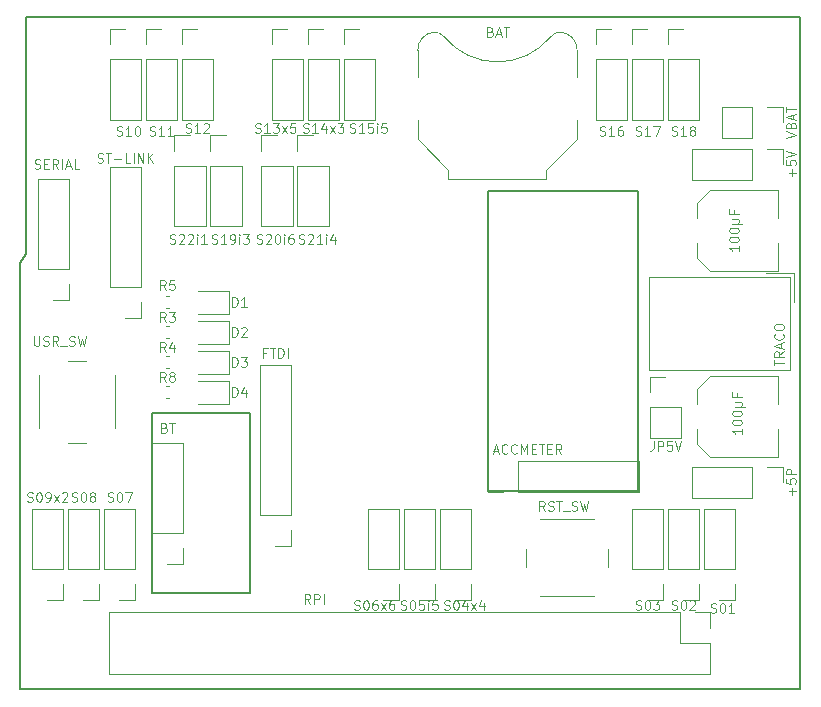
<source format=gbr>
G04 #@! TF.GenerationSoftware,KiCad,Pcbnew,(5.1.0)-1*
G04 #@! TF.CreationDate,2019-04-21T19:35:35+02:00*
G04 #@! TF.ProjectId,RM Board03,524d2042-6f61-4726-9430-332e6b696361,rev?*
G04 #@! TF.SameCoordinates,Original*
G04 #@! TF.FileFunction,Legend,Top*
G04 #@! TF.FilePolarity,Positive*
%FSLAX46Y46*%
G04 Gerber Fmt 4.6, Leading zero omitted, Abs format (unit mm)*
G04 Created by KiCad (PCBNEW (5.1.0)-1) date 2019-04-21 19:35:35*
%MOMM*%
%LPD*%
G04 APERTURE LIST*
%ADD10C,0.150000*%
%ADD11C,0.120000*%
G04 APERTURE END LIST*
D10*
X99314000Y-118872000D02*
X99314000Y-98806000D01*
X98806000Y-119634000D02*
X99314000Y-118872000D01*
X98806000Y-155702000D02*
X98806000Y-119634000D01*
X164846000Y-155702000D02*
X98806000Y-155702000D01*
X164846000Y-98806000D02*
X164846000Y-155702000D01*
X99314000Y-98806000D02*
X164846000Y-98806000D01*
X151130000Y-138938000D02*
X138430000Y-138938000D01*
X151130000Y-113538000D02*
X151130000Y-138938000D01*
X138430000Y-113538000D02*
X151130000Y-113538000D01*
X138430000Y-138938000D02*
X138430000Y-113538000D01*
D11*
X138370000Y-138998000D02*
X138370000Y-137668000D01*
X139700000Y-138998000D02*
X138370000Y-138998000D01*
X140970000Y-138998000D02*
X140970000Y-136338000D01*
X140970000Y-136338000D02*
X151190000Y-136338000D01*
X140970000Y-138998000D02*
X151190000Y-138998000D01*
X151190000Y-138998000D02*
X151190000Y-136338000D01*
X156102000Y-119185563D02*
X157166437Y-120250000D01*
X156102000Y-114494437D02*
X157166437Y-113430000D01*
X156102000Y-114494437D02*
X156102000Y-115780000D01*
X156102000Y-119185563D02*
X156102000Y-117900000D01*
X157166437Y-120250000D02*
X162922000Y-120250000D01*
X157166437Y-113430000D02*
X162922000Y-113430000D01*
X162922000Y-113430000D02*
X162922000Y-115780000D01*
X162922000Y-120250000D02*
X162922000Y-117900000D01*
X136966000Y-148142000D02*
X135636000Y-148142000D01*
X136966000Y-146812000D02*
X136966000Y-148142000D01*
X136966000Y-145542000D02*
X134306000Y-145542000D01*
X134306000Y-145542000D02*
X134306000Y-140402000D01*
X136966000Y-145542000D02*
X136966000Y-140402000D01*
X136966000Y-140402000D02*
X134306000Y-140402000D01*
X156270000Y-148142000D02*
X154940000Y-148142000D01*
X156270000Y-146812000D02*
X156270000Y-148142000D01*
X156270000Y-145542000D02*
X153610000Y-145542000D01*
X153610000Y-145542000D02*
X153610000Y-140402000D01*
X156270000Y-145542000D02*
X156270000Y-140402000D01*
X156270000Y-140402000D02*
X153610000Y-140402000D01*
X156102000Y-134933563D02*
X157166437Y-135998000D01*
X156102000Y-130242437D02*
X157166437Y-129178000D01*
X156102000Y-130242437D02*
X156102000Y-131528000D01*
X156102000Y-134933563D02*
X156102000Y-133648000D01*
X157166437Y-135998000D02*
X162922000Y-135998000D01*
X157166437Y-129178000D02*
X162922000Y-129178000D01*
X162922000Y-129178000D02*
X162922000Y-131528000D01*
X162922000Y-135998000D02*
X162922000Y-133648000D01*
X163382000Y-136846000D02*
X163382000Y-138176000D01*
X162052000Y-136846000D02*
X163382000Y-136846000D01*
X160782000Y-136846000D02*
X160782000Y-139506000D01*
X160782000Y-139506000D02*
X155642000Y-139506000D01*
X160782000Y-136846000D02*
X155642000Y-136846000D01*
X155642000Y-136846000D02*
X155642000Y-139506000D01*
X152086000Y-129226000D02*
X153416000Y-129226000D01*
X152086000Y-130556000D02*
X152086000Y-129226000D01*
X152086000Y-131826000D02*
X154746000Y-131826000D01*
X154746000Y-131826000D02*
X154746000Y-134426000D01*
X152086000Y-131826000D02*
X152086000Y-134426000D01*
X152086000Y-134426000D02*
X154746000Y-134426000D01*
X163382000Y-109922000D02*
X163382000Y-111252000D01*
X162052000Y-109922000D02*
X163382000Y-109922000D01*
X160782000Y-109922000D02*
X160782000Y-112582000D01*
X160782000Y-112582000D02*
X155642000Y-112582000D01*
X160782000Y-109922000D02*
X155642000Y-109922000D01*
X155642000Y-109922000D02*
X155642000Y-112582000D01*
X132442000Y-109114000D02*
X132442000Y-107464000D01*
X135042000Y-111714000D02*
X132442000Y-109114000D01*
X135042000Y-112514000D02*
X135042000Y-111714000D01*
X143342000Y-112514000D02*
X135042000Y-112514000D01*
X143342000Y-111714000D02*
X143342000Y-112514000D01*
X145942000Y-109114000D02*
X143342000Y-111714000D01*
X145942000Y-107464000D02*
X145942000Y-109114000D01*
X145942000Y-103864000D02*
X145942000Y-101564000D01*
X132442000Y-103864000D02*
X132442000Y-101564000D01*
X145942000Y-101614000D02*
G75*
G03X144492000Y-100064000I-1500000J50000D01*
G01*
X132442000Y-101614000D02*
G75*
G02X133892000Y-100064000I1500000J50000D01*
G01*
X134701339Y-100475329D02*
G75*
G03X143692000Y-100464000I4490661J3711329D01*
G01*
X144606615Y-100079840D02*
G75*
G03X143692000Y-100464000I-124615J-984160D01*
G01*
X133777385Y-100079840D02*
G75*
G02X134692000Y-100464000I124615J-984160D01*
G01*
X112582000Y-134814000D02*
X109922000Y-134814000D01*
X112582000Y-142494000D02*
X112582000Y-134814000D01*
X109922000Y-142494000D02*
X109922000Y-134814000D01*
X112582000Y-142494000D02*
X109922000Y-142494000D01*
X112582000Y-143764000D02*
X112582000Y-145094000D01*
X112582000Y-145094000D02*
X111252000Y-145094000D01*
D10*
X118252000Y-147574000D02*
X109982000Y-147574000D01*
X109982000Y-147574000D02*
X109982000Y-132334000D01*
X118252000Y-132334000D02*
X109982000Y-132334000D01*
X118252000Y-147574000D02*
X118252000Y-132334000D01*
D11*
X126178000Y-99762000D02*
X127508000Y-99762000D01*
X126178000Y-101092000D02*
X126178000Y-99762000D01*
X126178000Y-102362000D02*
X128838000Y-102362000D01*
X128838000Y-102362000D02*
X128838000Y-107502000D01*
X126178000Y-102362000D02*
X126178000Y-107502000D01*
X126178000Y-107502000D02*
X128838000Y-107502000D01*
X123130000Y-99762000D02*
X124460000Y-99762000D01*
X123130000Y-101092000D02*
X123130000Y-99762000D01*
X123130000Y-102362000D02*
X125790000Y-102362000D01*
X125790000Y-102362000D02*
X125790000Y-107502000D01*
X123130000Y-102362000D02*
X123130000Y-107502000D01*
X123130000Y-107502000D02*
X125790000Y-107502000D01*
X106366000Y-99762000D02*
X107696000Y-99762000D01*
X106366000Y-101092000D02*
X106366000Y-99762000D01*
X106366000Y-102362000D02*
X109026000Y-102362000D01*
X109026000Y-102362000D02*
X109026000Y-107502000D01*
X106366000Y-102362000D02*
X106366000Y-107502000D01*
X106366000Y-107502000D02*
X109026000Y-107502000D01*
X130870000Y-148142000D02*
X129540000Y-148142000D01*
X130870000Y-146812000D02*
X130870000Y-148142000D01*
X130870000Y-145542000D02*
X128210000Y-145542000D01*
X128210000Y-145542000D02*
X128210000Y-140402000D01*
X130870000Y-145542000D02*
X130870000Y-140402000D01*
X130870000Y-140402000D02*
X128210000Y-140402000D01*
X102422000Y-148142000D02*
X101092000Y-148142000D01*
X102422000Y-146812000D02*
X102422000Y-148142000D01*
X102422000Y-145542000D02*
X99762000Y-145542000D01*
X99762000Y-145542000D02*
X99762000Y-140402000D01*
X102422000Y-145542000D02*
X102422000Y-140402000D01*
X102422000Y-140402000D02*
X99762000Y-140402000D01*
X153222000Y-148142000D02*
X151892000Y-148142000D01*
X153222000Y-146812000D02*
X153222000Y-148142000D01*
X153222000Y-145542000D02*
X150562000Y-145542000D01*
X150562000Y-145542000D02*
X150562000Y-140402000D01*
X153222000Y-145542000D02*
X153222000Y-140402000D01*
X153222000Y-140402000D02*
X150562000Y-140402000D01*
X159318000Y-148142000D02*
X157988000Y-148142000D01*
X159318000Y-146812000D02*
X159318000Y-148142000D01*
X159318000Y-145542000D02*
X156658000Y-145542000D01*
X156658000Y-145542000D02*
X156658000Y-140402000D01*
X159318000Y-145542000D02*
X159318000Y-140402000D01*
X159318000Y-140402000D02*
X156658000Y-140402000D01*
X108518000Y-148142000D02*
X107188000Y-148142000D01*
X108518000Y-146812000D02*
X108518000Y-148142000D01*
X108518000Y-145542000D02*
X105858000Y-145542000D01*
X105858000Y-145542000D02*
X105858000Y-140402000D01*
X108518000Y-145542000D02*
X108518000Y-140402000D01*
X108518000Y-140402000D02*
X105858000Y-140402000D01*
X153610000Y-99762000D02*
X154940000Y-99762000D01*
X153610000Y-101092000D02*
X153610000Y-99762000D01*
X153610000Y-102362000D02*
X156270000Y-102362000D01*
X156270000Y-102362000D02*
X156270000Y-107502000D01*
X153610000Y-102362000D02*
X153610000Y-107502000D01*
X153610000Y-107502000D02*
X156270000Y-107502000D01*
X105470000Y-148142000D02*
X104140000Y-148142000D01*
X105470000Y-146812000D02*
X105470000Y-148142000D01*
X105470000Y-145542000D02*
X102810000Y-145542000D01*
X102810000Y-145542000D02*
X102810000Y-140402000D01*
X105470000Y-145542000D02*
X105470000Y-140402000D01*
X105470000Y-140402000D02*
X102810000Y-140402000D01*
X122241000Y-108779000D02*
X123571000Y-108779000D01*
X122241000Y-110109000D02*
X122241000Y-108779000D01*
X122241000Y-111379000D02*
X124901000Y-111379000D01*
X124901000Y-111379000D02*
X124901000Y-116519000D01*
X122241000Y-111379000D02*
X122241000Y-116519000D01*
X122241000Y-116519000D02*
X124901000Y-116519000D01*
X111827000Y-108779000D02*
X113157000Y-108779000D01*
X111827000Y-110109000D02*
X111827000Y-108779000D01*
X111827000Y-111379000D02*
X114487000Y-111379000D01*
X114487000Y-111379000D02*
X114487000Y-116519000D01*
X111827000Y-111379000D02*
X111827000Y-116519000D01*
X111827000Y-116519000D02*
X114487000Y-116519000D01*
X150562000Y-99762000D02*
X151892000Y-99762000D01*
X150562000Y-101092000D02*
X150562000Y-99762000D01*
X150562000Y-102362000D02*
X153222000Y-102362000D01*
X153222000Y-102362000D02*
X153222000Y-107502000D01*
X150562000Y-102362000D02*
X150562000Y-107502000D01*
X150562000Y-107502000D02*
X153222000Y-107502000D01*
X133918000Y-148142000D02*
X132588000Y-148142000D01*
X133918000Y-146812000D02*
X133918000Y-148142000D01*
X133918000Y-145542000D02*
X131258000Y-145542000D01*
X131258000Y-145542000D02*
X131258000Y-140402000D01*
X133918000Y-145542000D02*
X133918000Y-140402000D01*
X133918000Y-140402000D02*
X131258000Y-140402000D01*
X109414000Y-99762000D02*
X110744000Y-99762000D01*
X109414000Y-101092000D02*
X109414000Y-99762000D01*
X109414000Y-102362000D02*
X112074000Y-102362000D01*
X112074000Y-102362000D02*
X112074000Y-107502000D01*
X109414000Y-102362000D02*
X109414000Y-107502000D01*
X109414000Y-107502000D02*
X112074000Y-107502000D01*
X147514000Y-99762000D02*
X148844000Y-99762000D01*
X147514000Y-101092000D02*
X147514000Y-99762000D01*
X147514000Y-102362000D02*
X150174000Y-102362000D01*
X150174000Y-102362000D02*
X150174000Y-107502000D01*
X147514000Y-102362000D02*
X147514000Y-107502000D01*
X147514000Y-107502000D02*
X150174000Y-107502000D01*
X114875000Y-108779000D02*
X116205000Y-108779000D01*
X114875000Y-110109000D02*
X114875000Y-108779000D01*
X114875000Y-111379000D02*
X117535000Y-111379000D01*
X117535000Y-111379000D02*
X117535000Y-116519000D01*
X114875000Y-111379000D02*
X114875000Y-116519000D01*
X114875000Y-116519000D02*
X117535000Y-116519000D01*
X120082000Y-99762000D02*
X121412000Y-99762000D01*
X120082000Y-101092000D02*
X120082000Y-99762000D01*
X120082000Y-102362000D02*
X122742000Y-102362000D01*
X122742000Y-102362000D02*
X122742000Y-107502000D01*
X120082000Y-102362000D02*
X120082000Y-107502000D01*
X120082000Y-107502000D02*
X122742000Y-107502000D01*
X119193000Y-108779000D02*
X120523000Y-108779000D01*
X119193000Y-110109000D02*
X119193000Y-108779000D01*
X119193000Y-111379000D02*
X121853000Y-111379000D01*
X121853000Y-111379000D02*
X121853000Y-116519000D01*
X119193000Y-111379000D02*
X119193000Y-116519000D01*
X119193000Y-116519000D02*
X121853000Y-116519000D01*
X112462000Y-99762000D02*
X113792000Y-99762000D01*
X112462000Y-101092000D02*
X112462000Y-99762000D01*
X112462000Y-102362000D02*
X115122000Y-102362000D01*
X115122000Y-102362000D02*
X115122000Y-107502000D01*
X112462000Y-102362000D02*
X112462000Y-107502000D01*
X112462000Y-107502000D02*
X115122000Y-107502000D01*
X109026000Y-124266000D02*
X107696000Y-124266000D01*
X109026000Y-122936000D02*
X109026000Y-124266000D01*
X109026000Y-121666000D02*
X106366000Y-121666000D01*
X106366000Y-121666000D02*
X106366000Y-111446000D01*
X109026000Y-121666000D02*
X109026000Y-111446000D01*
X109026000Y-111446000D02*
X106366000Y-111446000D01*
X121726000Y-143570000D02*
X120396000Y-143570000D01*
X121726000Y-142240000D02*
X121726000Y-143570000D01*
X121726000Y-140970000D02*
X119066000Y-140970000D01*
X119066000Y-140970000D02*
X119066000Y-128210000D01*
X121726000Y-140970000D02*
X121726000Y-128210000D01*
X121726000Y-128210000D02*
X119066000Y-128210000D01*
X111089221Y-125986000D02*
X111414779Y-125986000D01*
X111089221Y-124966000D02*
X111414779Y-124966000D01*
X111089221Y-128526000D02*
X111414779Y-128526000D01*
X111089221Y-127506000D02*
X111414779Y-127506000D01*
X111089221Y-123446000D02*
X111414779Y-123446000D01*
X111089221Y-122426000D02*
X111414779Y-122426000D01*
X163948000Y-120816000D02*
X163948000Y-128666000D01*
X163948000Y-128666000D02*
X152008000Y-128666000D01*
X152008000Y-128666000D02*
X152008000Y-120816000D01*
X152008000Y-120816000D02*
X163948000Y-120816000D01*
X164278000Y-122936000D02*
X164278000Y-120486000D01*
X164278000Y-120486000D02*
X161948000Y-120486000D01*
X102930000Y-122742000D02*
X101600000Y-122742000D01*
X102930000Y-121412000D02*
X102930000Y-122742000D01*
X102930000Y-120142000D02*
X100270000Y-120142000D01*
X100270000Y-120142000D02*
X100270000Y-112462000D01*
X102930000Y-120142000D02*
X102930000Y-112462000D01*
X102930000Y-112462000D02*
X100270000Y-112462000D01*
X157226990Y-149192349D02*
X157226990Y-150522349D01*
X155896990Y-149192349D02*
X157226990Y-149192349D01*
X157226990Y-151792349D02*
X157226990Y-154392349D01*
X154626990Y-151792349D02*
X157226990Y-151792349D01*
X154626990Y-149192349D02*
X154626990Y-151792349D01*
X157226990Y-154392349D02*
X106306990Y-154392349D01*
X154626990Y-149192349D02*
X106306990Y-149192349D01*
X106306990Y-149192349D02*
X106306990Y-154392349D01*
X111089221Y-131066000D02*
X111414779Y-131066000D01*
X111089221Y-130046000D02*
X111414779Y-130046000D01*
X116493000Y-124516000D02*
X113808000Y-124516000D01*
X116493000Y-126436000D02*
X116493000Y-124516000D01*
X113808000Y-126436000D02*
X116493000Y-126436000D01*
X116493000Y-127056000D02*
X113808000Y-127056000D01*
X116493000Y-128976000D02*
X116493000Y-127056000D01*
X113808000Y-128976000D02*
X116493000Y-128976000D01*
X116493000Y-121976000D02*
X113808000Y-121976000D01*
X116493000Y-123896000D02*
X116493000Y-121976000D01*
X113808000Y-123896000D02*
X116493000Y-123896000D01*
X116493000Y-129596000D02*
X113808000Y-129596000D01*
X116493000Y-131516000D02*
X116493000Y-129596000D01*
X113808000Y-131516000D02*
X116493000Y-131516000D01*
X163382000Y-106366000D02*
X163382000Y-107696000D01*
X162052000Y-106366000D02*
X163382000Y-106366000D01*
X160782000Y-106366000D02*
X160782000Y-109026000D01*
X160782000Y-109026000D02*
X158182000Y-109026000D01*
X160782000Y-106366000D02*
X158182000Y-106366000D01*
X158182000Y-106366000D02*
X158182000Y-109026000D01*
X104346000Y-127870000D02*
X102846000Y-127870000D01*
X100346000Y-129120000D02*
X100346000Y-133620000D01*
X102846000Y-134870000D02*
X104346000Y-134870000D01*
X106846000Y-133620000D02*
X106846000Y-129120000D01*
X141586000Y-143812000D02*
X141586000Y-145312000D01*
X142836000Y-147812000D02*
X147336000Y-147812000D01*
X148586000Y-145312000D02*
X148586000Y-143812000D01*
X147336000Y-141312000D02*
X142836000Y-141312000D01*
X138855809Y-135515333D02*
X139236761Y-135515333D01*
X138779619Y-135743904D02*
X139046285Y-134943904D01*
X139312952Y-135743904D01*
X140036761Y-135667714D02*
X139998666Y-135705809D01*
X139884380Y-135743904D01*
X139808190Y-135743904D01*
X139693904Y-135705809D01*
X139617714Y-135629619D01*
X139579619Y-135553428D01*
X139541523Y-135401047D01*
X139541523Y-135286761D01*
X139579619Y-135134380D01*
X139617714Y-135058190D01*
X139693904Y-134982000D01*
X139808190Y-134943904D01*
X139884380Y-134943904D01*
X139998666Y-134982000D01*
X140036761Y-135020095D01*
X140836761Y-135667714D02*
X140798666Y-135705809D01*
X140684380Y-135743904D01*
X140608190Y-135743904D01*
X140493904Y-135705809D01*
X140417714Y-135629619D01*
X140379619Y-135553428D01*
X140341523Y-135401047D01*
X140341523Y-135286761D01*
X140379619Y-135134380D01*
X140417714Y-135058190D01*
X140493904Y-134982000D01*
X140608190Y-134943904D01*
X140684380Y-134943904D01*
X140798666Y-134982000D01*
X140836761Y-135020095D01*
X141179619Y-135743904D02*
X141179619Y-134943904D01*
X141446285Y-135515333D01*
X141712952Y-134943904D01*
X141712952Y-135743904D01*
X142093904Y-135324857D02*
X142360571Y-135324857D01*
X142474857Y-135743904D02*
X142093904Y-135743904D01*
X142093904Y-134943904D01*
X142474857Y-134943904D01*
X142703428Y-134943904D02*
X143160571Y-134943904D01*
X142932000Y-135743904D02*
X142932000Y-134943904D01*
X143427238Y-135324857D02*
X143693904Y-135324857D01*
X143808190Y-135743904D02*
X143427238Y-135743904D01*
X143427238Y-134943904D01*
X143808190Y-134943904D01*
X144608190Y-135743904D02*
X144341523Y-135362952D01*
X144151047Y-135743904D02*
X144151047Y-134943904D01*
X144455809Y-134943904D01*
X144532000Y-134982000D01*
X144570095Y-135020095D01*
X144608190Y-135096285D01*
X144608190Y-135210571D01*
X144570095Y-135286761D01*
X144532000Y-135324857D01*
X144455809Y-135362952D01*
X144151047Y-135362952D01*
X159619904Y-118135238D02*
X159619904Y-118592380D01*
X159619904Y-118363809D02*
X158819904Y-118363809D01*
X158934190Y-118440000D01*
X159010380Y-118516190D01*
X159048476Y-118592380D01*
X158819904Y-117640000D02*
X158819904Y-117563809D01*
X158858000Y-117487619D01*
X158896095Y-117449523D01*
X158972285Y-117411428D01*
X159124666Y-117373333D01*
X159315142Y-117373333D01*
X159467523Y-117411428D01*
X159543714Y-117449523D01*
X159581809Y-117487619D01*
X159619904Y-117563809D01*
X159619904Y-117640000D01*
X159581809Y-117716190D01*
X159543714Y-117754285D01*
X159467523Y-117792380D01*
X159315142Y-117830476D01*
X159124666Y-117830476D01*
X158972285Y-117792380D01*
X158896095Y-117754285D01*
X158858000Y-117716190D01*
X158819904Y-117640000D01*
X158819904Y-116878095D02*
X158819904Y-116801904D01*
X158858000Y-116725714D01*
X158896095Y-116687619D01*
X158972285Y-116649523D01*
X159124666Y-116611428D01*
X159315142Y-116611428D01*
X159467523Y-116649523D01*
X159543714Y-116687619D01*
X159581809Y-116725714D01*
X159619904Y-116801904D01*
X159619904Y-116878095D01*
X159581809Y-116954285D01*
X159543714Y-116992380D01*
X159467523Y-117030476D01*
X159315142Y-117068571D01*
X159124666Y-117068571D01*
X158972285Y-117030476D01*
X158896095Y-116992380D01*
X158858000Y-116954285D01*
X158819904Y-116878095D01*
X159086571Y-116268571D02*
X159886571Y-116268571D01*
X159505619Y-115887619D02*
X159581809Y-115849523D01*
X159619904Y-115773333D01*
X159505619Y-116268571D02*
X159581809Y-116230476D01*
X159619904Y-116154285D01*
X159619904Y-116001904D01*
X159581809Y-115925714D01*
X159505619Y-115887619D01*
X159086571Y-115887619D01*
X159200857Y-115163809D02*
X159200857Y-115430476D01*
X159619904Y-115430476D02*
X158819904Y-115430476D01*
X158819904Y-115049523D01*
X134702761Y-148913809D02*
X134817047Y-148951904D01*
X135007523Y-148951904D01*
X135083714Y-148913809D01*
X135121809Y-148875714D01*
X135159904Y-148799523D01*
X135159904Y-148723333D01*
X135121809Y-148647142D01*
X135083714Y-148609047D01*
X135007523Y-148570952D01*
X134855142Y-148532857D01*
X134778952Y-148494761D01*
X134740857Y-148456666D01*
X134702761Y-148380476D01*
X134702761Y-148304285D01*
X134740857Y-148228095D01*
X134778952Y-148190000D01*
X134855142Y-148151904D01*
X135045619Y-148151904D01*
X135159904Y-148190000D01*
X135655142Y-148151904D02*
X135731333Y-148151904D01*
X135807523Y-148190000D01*
X135845619Y-148228095D01*
X135883714Y-148304285D01*
X135921809Y-148456666D01*
X135921809Y-148647142D01*
X135883714Y-148799523D01*
X135845619Y-148875714D01*
X135807523Y-148913809D01*
X135731333Y-148951904D01*
X135655142Y-148951904D01*
X135578952Y-148913809D01*
X135540857Y-148875714D01*
X135502761Y-148799523D01*
X135464666Y-148647142D01*
X135464666Y-148456666D01*
X135502761Y-148304285D01*
X135540857Y-148228095D01*
X135578952Y-148190000D01*
X135655142Y-148151904D01*
X136607523Y-148418571D02*
X136607523Y-148951904D01*
X136417047Y-148113809D02*
X136226571Y-148685238D01*
X136721809Y-148685238D01*
X136950380Y-148951904D02*
X137369428Y-148418571D01*
X136950380Y-148418571D02*
X137369428Y-148951904D01*
X138017047Y-148418571D02*
X138017047Y-148951904D01*
X137826571Y-148113809D02*
X137636095Y-148685238D01*
X138131333Y-148685238D01*
X153949523Y-148913809D02*
X154063809Y-148951904D01*
X154254285Y-148951904D01*
X154330476Y-148913809D01*
X154368571Y-148875714D01*
X154406666Y-148799523D01*
X154406666Y-148723333D01*
X154368571Y-148647142D01*
X154330476Y-148609047D01*
X154254285Y-148570952D01*
X154101904Y-148532857D01*
X154025714Y-148494761D01*
X153987619Y-148456666D01*
X153949523Y-148380476D01*
X153949523Y-148304285D01*
X153987619Y-148228095D01*
X154025714Y-148190000D01*
X154101904Y-148151904D01*
X154292380Y-148151904D01*
X154406666Y-148190000D01*
X154901904Y-148151904D02*
X154978095Y-148151904D01*
X155054285Y-148190000D01*
X155092380Y-148228095D01*
X155130476Y-148304285D01*
X155168571Y-148456666D01*
X155168571Y-148647142D01*
X155130476Y-148799523D01*
X155092380Y-148875714D01*
X155054285Y-148913809D01*
X154978095Y-148951904D01*
X154901904Y-148951904D01*
X154825714Y-148913809D01*
X154787619Y-148875714D01*
X154749523Y-148799523D01*
X154711428Y-148647142D01*
X154711428Y-148456666D01*
X154749523Y-148304285D01*
X154787619Y-148228095D01*
X154825714Y-148190000D01*
X154901904Y-148151904D01*
X155473333Y-148228095D02*
X155511428Y-148190000D01*
X155587619Y-148151904D01*
X155778095Y-148151904D01*
X155854285Y-148190000D01*
X155892380Y-148228095D01*
X155930476Y-148304285D01*
X155930476Y-148380476D01*
X155892380Y-148494761D01*
X155435238Y-148951904D01*
X155930476Y-148951904D01*
X159873904Y-133629238D02*
X159873904Y-134086380D01*
X159873904Y-133857809D02*
X159073904Y-133857809D01*
X159188190Y-133934000D01*
X159264380Y-134010190D01*
X159302476Y-134086380D01*
X159073904Y-133134000D02*
X159073904Y-133057809D01*
X159112000Y-132981619D01*
X159150095Y-132943523D01*
X159226285Y-132905428D01*
X159378666Y-132867333D01*
X159569142Y-132867333D01*
X159721523Y-132905428D01*
X159797714Y-132943523D01*
X159835809Y-132981619D01*
X159873904Y-133057809D01*
X159873904Y-133134000D01*
X159835809Y-133210190D01*
X159797714Y-133248285D01*
X159721523Y-133286380D01*
X159569142Y-133324476D01*
X159378666Y-133324476D01*
X159226285Y-133286380D01*
X159150095Y-133248285D01*
X159112000Y-133210190D01*
X159073904Y-133134000D01*
X159073904Y-132372095D02*
X159073904Y-132295904D01*
X159112000Y-132219714D01*
X159150095Y-132181619D01*
X159226285Y-132143523D01*
X159378666Y-132105428D01*
X159569142Y-132105428D01*
X159721523Y-132143523D01*
X159797714Y-132181619D01*
X159835809Y-132219714D01*
X159873904Y-132295904D01*
X159873904Y-132372095D01*
X159835809Y-132448285D01*
X159797714Y-132486380D01*
X159721523Y-132524476D01*
X159569142Y-132562571D01*
X159378666Y-132562571D01*
X159226285Y-132524476D01*
X159150095Y-132486380D01*
X159112000Y-132448285D01*
X159073904Y-132372095D01*
X159340571Y-131762571D02*
X160140571Y-131762571D01*
X159759619Y-131381619D02*
X159835809Y-131343523D01*
X159873904Y-131267333D01*
X159759619Y-131762571D02*
X159835809Y-131724476D01*
X159873904Y-131648285D01*
X159873904Y-131495904D01*
X159835809Y-131419714D01*
X159759619Y-131381619D01*
X159340571Y-131381619D01*
X159454857Y-130657809D02*
X159454857Y-130924476D01*
X159873904Y-130924476D02*
X159073904Y-130924476D01*
X159073904Y-130543523D01*
X164141142Y-139261714D02*
X164141142Y-138652190D01*
X164445904Y-138956952D02*
X163836380Y-138956952D01*
X163645904Y-137890285D02*
X163645904Y-138271238D01*
X164026857Y-138309333D01*
X163988761Y-138271238D01*
X163950666Y-138195047D01*
X163950666Y-138004571D01*
X163988761Y-137928380D01*
X164026857Y-137890285D01*
X164103047Y-137852190D01*
X164293523Y-137852190D01*
X164369714Y-137890285D01*
X164407809Y-137928380D01*
X164445904Y-138004571D01*
X164445904Y-138195047D01*
X164407809Y-138271238D01*
X164369714Y-138309333D01*
X164445904Y-137509333D02*
X163645904Y-137509333D01*
X163645904Y-137204571D01*
X163684000Y-137128380D01*
X163722095Y-137090285D01*
X163798285Y-137052190D01*
X163912571Y-137052190D01*
X163988761Y-137090285D01*
X164026857Y-137128380D01*
X164064952Y-137204571D01*
X164064952Y-137509333D01*
X152406476Y-134689904D02*
X152406476Y-135261333D01*
X152368380Y-135375619D01*
X152292190Y-135451809D01*
X152177904Y-135489904D01*
X152101714Y-135489904D01*
X152787428Y-135489904D02*
X152787428Y-134689904D01*
X153092190Y-134689904D01*
X153168380Y-134728000D01*
X153206476Y-134766095D01*
X153244571Y-134842285D01*
X153244571Y-134956571D01*
X153206476Y-135032761D01*
X153168380Y-135070857D01*
X153092190Y-135108952D01*
X152787428Y-135108952D01*
X153968380Y-134689904D02*
X153587428Y-134689904D01*
X153549333Y-135070857D01*
X153587428Y-135032761D01*
X153663619Y-134994666D01*
X153854095Y-134994666D01*
X153930285Y-135032761D01*
X153968380Y-135070857D01*
X154006476Y-135147047D01*
X154006476Y-135337523D01*
X153968380Y-135413714D01*
X153930285Y-135451809D01*
X153854095Y-135489904D01*
X153663619Y-135489904D01*
X153587428Y-135451809D01*
X153549333Y-135413714D01*
X154235047Y-134689904D02*
X154501714Y-135489904D01*
X154768380Y-134689904D01*
X164141142Y-112280571D02*
X164141142Y-111671047D01*
X164445904Y-111975809D02*
X163836380Y-111975809D01*
X163645904Y-110909142D02*
X163645904Y-111290095D01*
X164026857Y-111328190D01*
X163988761Y-111290095D01*
X163950666Y-111213904D01*
X163950666Y-111023428D01*
X163988761Y-110947238D01*
X164026857Y-110909142D01*
X164103047Y-110871047D01*
X164293523Y-110871047D01*
X164369714Y-110909142D01*
X164407809Y-110947238D01*
X164445904Y-111023428D01*
X164445904Y-111213904D01*
X164407809Y-111290095D01*
X164369714Y-111328190D01*
X163645904Y-110642476D02*
X164445904Y-110375809D01*
X163645904Y-110109142D01*
X138601523Y-100018857D02*
X138715809Y-100056952D01*
X138753904Y-100095047D01*
X138792000Y-100171238D01*
X138792000Y-100285523D01*
X138753904Y-100361714D01*
X138715809Y-100399809D01*
X138639619Y-100437904D01*
X138334857Y-100437904D01*
X138334857Y-99637904D01*
X138601523Y-99637904D01*
X138677714Y-99676000D01*
X138715809Y-99714095D01*
X138753904Y-99790285D01*
X138753904Y-99866476D01*
X138715809Y-99942666D01*
X138677714Y-99980761D01*
X138601523Y-100018857D01*
X138334857Y-100018857D01*
X139096761Y-100209333D02*
X139477714Y-100209333D01*
X139020571Y-100437904D02*
X139287238Y-99637904D01*
X139553904Y-100437904D01*
X139706285Y-99637904D02*
X140163428Y-99637904D01*
X139934857Y-100437904D02*
X139934857Y-99637904D01*
X111004380Y-133546857D02*
X111118666Y-133584952D01*
X111156761Y-133623047D01*
X111194857Y-133699238D01*
X111194857Y-133813523D01*
X111156761Y-133889714D01*
X111118666Y-133927809D01*
X111042476Y-133965904D01*
X110737714Y-133965904D01*
X110737714Y-133165904D01*
X111004380Y-133165904D01*
X111080571Y-133204000D01*
X111118666Y-133242095D01*
X111156761Y-133318285D01*
X111156761Y-133394476D01*
X111118666Y-133470666D01*
X111080571Y-133508761D01*
X111004380Y-133546857D01*
X110737714Y-133546857D01*
X111423428Y-133165904D02*
X111880571Y-133165904D01*
X111652000Y-133965904D02*
X111652000Y-133165904D01*
X126708095Y-108527809D02*
X126822380Y-108565904D01*
X127012857Y-108565904D01*
X127089047Y-108527809D01*
X127127142Y-108489714D01*
X127165238Y-108413523D01*
X127165238Y-108337333D01*
X127127142Y-108261142D01*
X127089047Y-108223047D01*
X127012857Y-108184952D01*
X126860476Y-108146857D01*
X126784285Y-108108761D01*
X126746190Y-108070666D01*
X126708095Y-107994476D01*
X126708095Y-107918285D01*
X126746190Y-107842095D01*
X126784285Y-107804000D01*
X126860476Y-107765904D01*
X127050952Y-107765904D01*
X127165238Y-107804000D01*
X127927142Y-108565904D02*
X127470000Y-108565904D01*
X127698571Y-108565904D02*
X127698571Y-107765904D01*
X127622380Y-107880190D01*
X127546190Y-107956380D01*
X127470000Y-107994476D01*
X128650952Y-107765904D02*
X128270000Y-107765904D01*
X128231904Y-108146857D01*
X128270000Y-108108761D01*
X128346190Y-108070666D01*
X128536666Y-108070666D01*
X128612857Y-108108761D01*
X128650952Y-108146857D01*
X128689047Y-108223047D01*
X128689047Y-108413523D01*
X128650952Y-108489714D01*
X128612857Y-108527809D01*
X128536666Y-108565904D01*
X128346190Y-108565904D01*
X128270000Y-108527809D01*
X128231904Y-108489714D01*
X129031904Y-108565904D02*
X129031904Y-108032571D01*
X129031904Y-107765904D02*
X128993809Y-107804000D01*
X129031904Y-107842095D01*
X129070000Y-107804000D01*
X129031904Y-107765904D01*
X129031904Y-107842095D01*
X129793809Y-107765904D02*
X129412857Y-107765904D01*
X129374761Y-108146857D01*
X129412857Y-108108761D01*
X129489047Y-108070666D01*
X129679523Y-108070666D01*
X129755714Y-108108761D01*
X129793809Y-108146857D01*
X129831904Y-108223047D01*
X129831904Y-108413523D01*
X129793809Y-108489714D01*
X129755714Y-108527809D01*
X129679523Y-108565904D01*
X129489047Y-108565904D01*
X129412857Y-108527809D01*
X129374761Y-108489714D01*
X122764761Y-108527809D02*
X122879047Y-108565904D01*
X123069523Y-108565904D01*
X123145714Y-108527809D01*
X123183809Y-108489714D01*
X123221904Y-108413523D01*
X123221904Y-108337333D01*
X123183809Y-108261142D01*
X123145714Y-108223047D01*
X123069523Y-108184952D01*
X122917142Y-108146857D01*
X122840952Y-108108761D01*
X122802857Y-108070666D01*
X122764761Y-107994476D01*
X122764761Y-107918285D01*
X122802857Y-107842095D01*
X122840952Y-107804000D01*
X122917142Y-107765904D01*
X123107619Y-107765904D01*
X123221904Y-107804000D01*
X123983809Y-108565904D02*
X123526666Y-108565904D01*
X123755238Y-108565904D02*
X123755238Y-107765904D01*
X123679047Y-107880190D01*
X123602857Y-107956380D01*
X123526666Y-107994476D01*
X124669523Y-108032571D02*
X124669523Y-108565904D01*
X124479047Y-107727809D02*
X124288571Y-108299238D01*
X124783809Y-108299238D01*
X125012380Y-108565904D02*
X125431428Y-108032571D01*
X125012380Y-108032571D02*
X125431428Y-108565904D01*
X125660000Y-107765904D02*
X126155238Y-107765904D01*
X125888571Y-108070666D01*
X126002857Y-108070666D01*
X126079047Y-108108761D01*
X126117142Y-108146857D01*
X126155238Y-108223047D01*
X126155238Y-108413523D01*
X126117142Y-108489714D01*
X126079047Y-108527809D01*
X126002857Y-108565904D01*
X125774285Y-108565904D01*
X125698095Y-108527809D01*
X125660000Y-108489714D01*
X106959523Y-108781809D02*
X107073809Y-108819904D01*
X107264285Y-108819904D01*
X107340476Y-108781809D01*
X107378571Y-108743714D01*
X107416666Y-108667523D01*
X107416666Y-108591333D01*
X107378571Y-108515142D01*
X107340476Y-108477047D01*
X107264285Y-108438952D01*
X107111904Y-108400857D01*
X107035714Y-108362761D01*
X106997619Y-108324666D01*
X106959523Y-108248476D01*
X106959523Y-108172285D01*
X106997619Y-108096095D01*
X107035714Y-108058000D01*
X107111904Y-108019904D01*
X107302380Y-108019904D01*
X107416666Y-108058000D01*
X108178571Y-108819904D02*
X107721428Y-108819904D01*
X107950000Y-108819904D02*
X107950000Y-108019904D01*
X107873809Y-108134190D01*
X107797619Y-108210380D01*
X107721428Y-108248476D01*
X108673809Y-108019904D02*
X108750000Y-108019904D01*
X108826190Y-108058000D01*
X108864285Y-108096095D01*
X108902380Y-108172285D01*
X108940476Y-108324666D01*
X108940476Y-108515142D01*
X108902380Y-108667523D01*
X108864285Y-108743714D01*
X108826190Y-108781809D01*
X108750000Y-108819904D01*
X108673809Y-108819904D01*
X108597619Y-108781809D01*
X108559523Y-108743714D01*
X108521428Y-108667523D01*
X108483333Y-108515142D01*
X108483333Y-108324666D01*
X108521428Y-108172285D01*
X108559523Y-108096095D01*
X108597619Y-108058000D01*
X108673809Y-108019904D01*
X127082761Y-148913809D02*
X127197047Y-148951904D01*
X127387523Y-148951904D01*
X127463714Y-148913809D01*
X127501809Y-148875714D01*
X127539904Y-148799523D01*
X127539904Y-148723333D01*
X127501809Y-148647142D01*
X127463714Y-148609047D01*
X127387523Y-148570952D01*
X127235142Y-148532857D01*
X127158952Y-148494761D01*
X127120857Y-148456666D01*
X127082761Y-148380476D01*
X127082761Y-148304285D01*
X127120857Y-148228095D01*
X127158952Y-148190000D01*
X127235142Y-148151904D01*
X127425619Y-148151904D01*
X127539904Y-148190000D01*
X128035142Y-148151904D02*
X128111333Y-148151904D01*
X128187523Y-148190000D01*
X128225619Y-148228095D01*
X128263714Y-148304285D01*
X128301809Y-148456666D01*
X128301809Y-148647142D01*
X128263714Y-148799523D01*
X128225619Y-148875714D01*
X128187523Y-148913809D01*
X128111333Y-148951904D01*
X128035142Y-148951904D01*
X127958952Y-148913809D01*
X127920857Y-148875714D01*
X127882761Y-148799523D01*
X127844666Y-148647142D01*
X127844666Y-148456666D01*
X127882761Y-148304285D01*
X127920857Y-148228095D01*
X127958952Y-148190000D01*
X128035142Y-148151904D01*
X128987523Y-148151904D02*
X128835142Y-148151904D01*
X128758952Y-148190000D01*
X128720857Y-148228095D01*
X128644666Y-148342380D01*
X128606571Y-148494761D01*
X128606571Y-148799523D01*
X128644666Y-148875714D01*
X128682761Y-148913809D01*
X128758952Y-148951904D01*
X128911333Y-148951904D01*
X128987523Y-148913809D01*
X129025619Y-148875714D01*
X129063714Y-148799523D01*
X129063714Y-148609047D01*
X129025619Y-148532857D01*
X128987523Y-148494761D01*
X128911333Y-148456666D01*
X128758952Y-148456666D01*
X128682761Y-148494761D01*
X128644666Y-148532857D01*
X128606571Y-148609047D01*
X129330380Y-148951904D02*
X129749428Y-148418571D01*
X129330380Y-148418571D02*
X129749428Y-148951904D01*
X130397047Y-148151904D02*
X130244666Y-148151904D01*
X130168476Y-148190000D01*
X130130380Y-148228095D01*
X130054190Y-148342380D01*
X130016095Y-148494761D01*
X130016095Y-148799523D01*
X130054190Y-148875714D01*
X130092285Y-148913809D01*
X130168476Y-148951904D01*
X130320857Y-148951904D01*
X130397047Y-148913809D01*
X130435142Y-148875714D01*
X130473238Y-148799523D01*
X130473238Y-148609047D01*
X130435142Y-148532857D01*
X130397047Y-148494761D01*
X130320857Y-148456666D01*
X130168476Y-148456666D01*
X130092285Y-148494761D01*
X130054190Y-148532857D01*
X130016095Y-148609047D01*
X99396761Y-139769809D02*
X99511047Y-139807904D01*
X99701523Y-139807904D01*
X99777714Y-139769809D01*
X99815809Y-139731714D01*
X99853904Y-139655523D01*
X99853904Y-139579333D01*
X99815809Y-139503142D01*
X99777714Y-139465047D01*
X99701523Y-139426952D01*
X99549142Y-139388857D01*
X99472952Y-139350761D01*
X99434857Y-139312666D01*
X99396761Y-139236476D01*
X99396761Y-139160285D01*
X99434857Y-139084095D01*
X99472952Y-139046000D01*
X99549142Y-139007904D01*
X99739619Y-139007904D01*
X99853904Y-139046000D01*
X100349142Y-139007904D02*
X100425333Y-139007904D01*
X100501523Y-139046000D01*
X100539619Y-139084095D01*
X100577714Y-139160285D01*
X100615809Y-139312666D01*
X100615809Y-139503142D01*
X100577714Y-139655523D01*
X100539619Y-139731714D01*
X100501523Y-139769809D01*
X100425333Y-139807904D01*
X100349142Y-139807904D01*
X100272952Y-139769809D01*
X100234857Y-139731714D01*
X100196761Y-139655523D01*
X100158666Y-139503142D01*
X100158666Y-139312666D01*
X100196761Y-139160285D01*
X100234857Y-139084095D01*
X100272952Y-139046000D01*
X100349142Y-139007904D01*
X100996761Y-139807904D02*
X101149142Y-139807904D01*
X101225333Y-139769809D01*
X101263428Y-139731714D01*
X101339619Y-139617428D01*
X101377714Y-139465047D01*
X101377714Y-139160285D01*
X101339619Y-139084095D01*
X101301523Y-139046000D01*
X101225333Y-139007904D01*
X101072952Y-139007904D01*
X100996761Y-139046000D01*
X100958666Y-139084095D01*
X100920571Y-139160285D01*
X100920571Y-139350761D01*
X100958666Y-139426952D01*
X100996761Y-139465047D01*
X101072952Y-139503142D01*
X101225333Y-139503142D01*
X101301523Y-139465047D01*
X101339619Y-139426952D01*
X101377714Y-139350761D01*
X101644380Y-139807904D02*
X102063428Y-139274571D01*
X101644380Y-139274571D02*
X102063428Y-139807904D01*
X102330095Y-139084095D02*
X102368190Y-139046000D01*
X102444380Y-139007904D01*
X102634857Y-139007904D01*
X102711047Y-139046000D01*
X102749142Y-139084095D01*
X102787238Y-139160285D01*
X102787238Y-139236476D01*
X102749142Y-139350761D01*
X102292000Y-139807904D01*
X102787238Y-139807904D01*
X150901523Y-148913809D02*
X151015809Y-148951904D01*
X151206285Y-148951904D01*
X151282476Y-148913809D01*
X151320571Y-148875714D01*
X151358666Y-148799523D01*
X151358666Y-148723333D01*
X151320571Y-148647142D01*
X151282476Y-148609047D01*
X151206285Y-148570952D01*
X151053904Y-148532857D01*
X150977714Y-148494761D01*
X150939619Y-148456666D01*
X150901523Y-148380476D01*
X150901523Y-148304285D01*
X150939619Y-148228095D01*
X150977714Y-148190000D01*
X151053904Y-148151904D01*
X151244380Y-148151904D01*
X151358666Y-148190000D01*
X151853904Y-148151904D02*
X151930095Y-148151904D01*
X152006285Y-148190000D01*
X152044380Y-148228095D01*
X152082476Y-148304285D01*
X152120571Y-148456666D01*
X152120571Y-148647142D01*
X152082476Y-148799523D01*
X152044380Y-148875714D01*
X152006285Y-148913809D01*
X151930095Y-148951904D01*
X151853904Y-148951904D01*
X151777714Y-148913809D01*
X151739619Y-148875714D01*
X151701523Y-148799523D01*
X151663428Y-148647142D01*
X151663428Y-148456666D01*
X151701523Y-148304285D01*
X151739619Y-148228095D01*
X151777714Y-148190000D01*
X151853904Y-148151904D01*
X152387238Y-148151904D02*
X152882476Y-148151904D01*
X152615809Y-148456666D01*
X152730095Y-148456666D01*
X152806285Y-148494761D01*
X152844380Y-148532857D01*
X152882476Y-148609047D01*
X152882476Y-148799523D01*
X152844380Y-148875714D01*
X152806285Y-148913809D01*
X152730095Y-148951904D01*
X152501523Y-148951904D01*
X152425333Y-148913809D01*
X152387238Y-148875714D01*
X157251523Y-149167809D02*
X157365809Y-149205904D01*
X157556285Y-149205904D01*
X157632476Y-149167809D01*
X157670571Y-149129714D01*
X157708666Y-149053523D01*
X157708666Y-148977333D01*
X157670571Y-148901142D01*
X157632476Y-148863047D01*
X157556285Y-148824952D01*
X157403904Y-148786857D01*
X157327714Y-148748761D01*
X157289619Y-148710666D01*
X157251523Y-148634476D01*
X157251523Y-148558285D01*
X157289619Y-148482095D01*
X157327714Y-148444000D01*
X157403904Y-148405904D01*
X157594380Y-148405904D01*
X157708666Y-148444000D01*
X158203904Y-148405904D02*
X158280095Y-148405904D01*
X158356285Y-148444000D01*
X158394380Y-148482095D01*
X158432476Y-148558285D01*
X158470571Y-148710666D01*
X158470571Y-148901142D01*
X158432476Y-149053523D01*
X158394380Y-149129714D01*
X158356285Y-149167809D01*
X158280095Y-149205904D01*
X158203904Y-149205904D01*
X158127714Y-149167809D01*
X158089619Y-149129714D01*
X158051523Y-149053523D01*
X158013428Y-148901142D01*
X158013428Y-148710666D01*
X158051523Y-148558285D01*
X158089619Y-148482095D01*
X158127714Y-148444000D01*
X158203904Y-148405904D01*
X159232476Y-149205904D02*
X158775333Y-149205904D01*
X159003904Y-149205904D02*
X159003904Y-148405904D01*
X158927714Y-148520190D01*
X158851523Y-148596380D01*
X158775333Y-148634476D01*
X106197523Y-139769809D02*
X106311809Y-139807904D01*
X106502285Y-139807904D01*
X106578476Y-139769809D01*
X106616571Y-139731714D01*
X106654666Y-139655523D01*
X106654666Y-139579333D01*
X106616571Y-139503142D01*
X106578476Y-139465047D01*
X106502285Y-139426952D01*
X106349904Y-139388857D01*
X106273714Y-139350761D01*
X106235619Y-139312666D01*
X106197523Y-139236476D01*
X106197523Y-139160285D01*
X106235619Y-139084095D01*
X106273714Y-139046000D01*
X106349904Y-139007904D01*
X106540380Y-139007904D01*
X106654666Y-139046000D01*
X107149904Y-139007904D02*
X107226095Y-139007904D01*
X107302285Y-139046000D01*
X107340380Y-139084095D01*
X107378476Y-139160285D01*
X107416571Y-139312666D01*
X107416571Y-139503142D01*
X107378476Y-139655523D01*
X107340380Y-139731714D01*
X107302285Y-139769809D01*
X107226095Y-139807904D01*
X107149904Y-139807904D01*
X107073714Y-139769809D01*
X107035619Y-139731714D01*
X106997523Y-139655523D01*
X106959428Y-139503142D01*
X106959428Y-139312666D01*
X106997523Y-139160285D01*
X107035619Y-139084095D01*
X107073714Y-139046000D01*
X107149904Y-139007904D01*
X107683238Y-139007904D02*
X108216571Y-139007904D01*
X107873714Y-139807904D01*
X153949523Y-108781809D02*
X154063809Y-108819904D01*
X154254285Y-108819904D01*
X154330476Y-108781809D01*
X154368571Y-108743714D01*
X154406666Y-108667523D01*
X154406666Y-108591333D01*
X154368571Y-108515142D01*
X154330476Y-108477047D01*
X154254285Y-108438952D01*
X154101904Y-108400857D01*
X154025714Y-108362761D01*
X153987619Y-108324666D01*
X153949523Y-108248476D01*
X153949523Y-108172285D01*
X153987619Y-108096095D01*
X154025714Y-108058000D01*
X154101904Y-108019904D01*
X154292380Y-108019904D01*
X154406666Y-108058000D01*
X155168571Y-108819904D02*
X154711428Y-108819904D01*
X154940000Y-108819904D02*
X154940000Y-108019904D01*
X154863809Y-108134190D01*
X154787619Y-108210380D01*
X154711428Y-108248476D01*
X155625714Y-108362761D02*
X155549523Y-108324666D01*
X155511428Y-108286571D01*
X155473333Y-108210380D01*
X155473333Y-108172285D01*
X155511428Y-108096095D01*
X155549523Y-108058000D01*
X155625714Y-108019904D01*
X155778095Y-108019904D01*
X155854285Y-108058000D01*
X155892380Y-108096095D01*
X155930476Y-108172285D01*
X155930476Y-108210380D01*
X155892380Y-108286571D01*
X155854285Y-108324666D01*
X155778095Y-108362761D01*
X155625714Y-108362761D01*
X155549523Y-108400857D01*
X155511428Y-108438952D01*
X155473333Y-108515142D01*
X155473333Y-108667523D01*
X155511428Y-108743714D01*
X155549523Y-108781809D01*
X155625714Y-108819904D01*
X155778095Y-108819904D01*
X155854285Y-108781809D01*
X155892380Y-108743714D01*
X155930476Y-108667523D01*
X155930476Y-108515142D01*
X155892380Y-108438952D01*
X155854285Y-108400857D01*
X155778095Y-108362761D01*
X103149523Y-139769809D02*
X103263809Y-139807904D01*
X103454285Y-139807904D01*
X103530476Y-139769809D01*
X103568571Y-139731714D01*
X103606666Y-139655523D01*
X103606666Y-139579333D01*
X103568571Y-139503142D01*
X103530476Y-139465047D01*
X103454285Y-139426952D01*
X103301904Y-139388857D01*
X103225714Y-139350761D01*
X103187619Y-139312666D01*
X103149523Y-139236476D01*
X103149523Y-139160285D01*
X103187619Y-139084095D01*
X103225714Y-139046000D01*
X103301904Y-139007904D01*
X103492380Y-139007904D01*
X103606666Y-139046000D01*
X104101904Y-139007904D02*
X104178095Y-139007904D01*
X104254285Y-139046000D01*
X104292380Y-139084095D01*
X104330476Y-139160285D01*
X104368571Y-139312666D01*
X104368571Y-139503142D01*
X104330476Y-139655523D01*
X104292380Y-139731714D01*
X104254285Y-139769809D01*
X104178095Y-139807904D01*
X104101904Y-139807904D01*
X104025714Y-139769809D01*
X103987619Y-139731714D01*
X103949523Y-139655523D01*
X103911428Y-139503142D01*
X103911428Y-139312666D01*
X103949523Y-139160285D01*
X103987619Y-139084095D01*
X104025714Y-139046000D01*
X104101904Y-139007904D01*
X104825714Y-139350761D02*
X104749523Y-139312666D01*
X104711428Y-139274571D01*
X104673333Y-139198380D01*
X104673333Y-139160285D01*
X104711428Y-139084095D01*
X104749523Y-139046000D01*
X104825714Y-139007904D01*
X104978095Y-139007904D01*
X105054285Y-139046000D01*
X105092380Y-139084095D01*
X105130476Y-139160285D01*
X105130476Y-139198380D01*
X105092380Y-139274571D01*
X105054285Y-139312666D01*
X104978095Y-139350761D01*
X104825714Y-139350761D01*
X104749523Y-139388857D01*
X104711428Y-139426952D01*
X104673333Y-139503142D01*
X104673333Y-139655523D01*
X104711428Y-139731714D01*
X104749523Y-139769809D01*
X104825714Y-139807904D01*
X104978095Y-139807904D01*
X105054285Y-139769809D01*
X105092380Y-139731714D01*
X105130476Y-139655523D01*
X105130476Y-139503142D01*
X105092380Y-139426952D01*
X105054285Y-139388857D01*
X104978095Y-139350761D01*
X122390095Y-117925809D02*
X122504380Y-117963904D01*
X122694857Y-117963904D01*
X122771047Y-117925809D01*
X122809142Y-117887714D01*
X122847238Y-117811523D01*
X122847238Y-117735333D01*
X122809142Y-117659142D01*
X122771047Y-117621047D01*
X122694857Y-117582952D01*
X122542476Y-117544857D01*
X122466285Y-117506761D01*
X122428190Y-117468666D01*
X122390095Y-117392476D01*
X122390095Y-117316285D01*
X122428190Y-117240095D01*
X122466285Y-117202000D01*
X122542476Y-117163904D01*
X122732952Y-117163904D01*
X122847238Y-117202000D01*
X123152000Y-117240095D02*
X123190095Y-117202000D01*
X123266285Y-117163904D01*
X123456761Y-117163904D01*
X123532952Y-117202000D01*
X123571047Y-117240095D01*
X123609142Y-117316285D01*
X123609142Y-117392476D01*
X123571047Y-117506761D01*
X123113904Y-117963904D01*
X123609142Y-117963904D01*
X124371047Y-117963904D02*
X123913904Y-117963904D01*
X124142476Y-117963904D02*
X124142476Y-117163904D01*
X124066285Y-117278190D01*
X123990095Y-117354380D01*
X123913904Y-117392476D01*
X124713904Y-117963904D02*
X124713904Y-117430571D01*
X124713904Y-117163904D02*
X124675809Y-117202000D01*
X124713904Y-117240095D01*
X124752000Y-117202000D01*
X124713904Y-117163904D01*
X124713904Y-117240095D01*
X125437714Y-117430571D02*
X125437714Y-117963904D01*
X125247238Y-117125809D02*
X125056761Y-117697238D01*
X125552000Y-117697238D01*
X111468095Y-117925809D02*
X111582380Y-117963904D01*
X111772857Y-117963904D01*
X111849047Y-117925809D01*
X111887142Y-117887714D01*
X111925238Y-117811523D01*
X111925238Y-117735333D01*
X111887142Y-117659142D01*
X111849047Y-117621047D01*
X111772857Y-117582952D01*
X111620476Y-117544857D01*
X111544285Y-117506761D01*
X111506190Y-117468666D01*
X111468095Y-117392476D01*
X111468095Y-117316285D01*
X111506190Y-117240095D01*
X111544285Y-117202000D01*
X111620476Y-117163904D01*
X111810952Y-117163904D01*
X111925238Y-117202000D01*
X112230000Y-117240095D02*
X112268095Y-117202000D01*
X112344285Y-117163904D01*
X112534761Y-117163904D01*
X112610952Y-117202000D01*
X112649047Y-117240095D01*
X112687142Y-117316285D01*
X112687142Y-117392476D01*
X112649047Y-117506761D01*
X112191904Y-117963904D01*
X112687142Y-117963904D01*
X112991904Y-117240095D02*
X113030000Y-117202000D01*
X113106190Y-117163904D01*
X113296666Y-117163904D01*
X113372857Y-117202000D01*
X113410952Y-117240095D01*
X113449047Y-117316285D01*
X113449047Y-117392476D01*
X113410952Y-117506761D01*
X112953809Y-117963904D01*
X113449047Y-117963904D01*
X113791904Y-117963904D02*
X113791904Y-117430571D01*
X113791904Y-117163904D02*
X113753809Y-117202000D01*
X113791904Y-117240095D01*
X113830000Y-117202000D01*
X113791904Y-117163904D01*
X113791904Y-117240095D01*
X114591904Y-117963904D02*
X114134761Y-117963904D01*
X114363333Y-117963904D02*
X114363333Y-117163904D01*
X114287142Y-117278190D01*
X114210952Y-117354380D01*
X114134761Y-117392476D01*
X150901523Y-108781809D02*
X151015809Y-108819904D01*
X151206285Y-108819904D01*
X151282476Y-108781809D01*
X151320571Y-108743714D01*
X151358666Y-108667523D01*
X151358666Y-108591333D01*
X151320571Y-108515142D01*
X151282476Y-108477047D01*
X151206285Y-108438952D01*
X151053904Y-108400857D01*
X150977714Y-108362761D01*
X150939619Y-108324666D01*
X150901523Y-108248476D01*
X150901523Y-108172285D01*
X150939619Y-108096095D01*
X150977714Y-108058000D01*
X151053904Y-108019904D01*
X151244380Y-108019904D01*
X151358666Y-108058000D01*
X152120571Y-108819904D02*
X151663428Y-108819904D01*
X151892000Y-108819904D02*
X151892000Y-108019904D01*
X151815809Y-108134190D01*
X151739619Y-108210380D01*
X151663428Y-108248476D01*
X152387238Y-108019904D02*
X152920571Y-108019904D01*
X152577714Y-108819904D01*
X131026095Y-148913809D02*
X131140380Y-148951904D01*
X131330857Y-148951904D01*
X131407047Y-148913809D01*
X131445142Y-148875714D01*
X131483238Y-148799523D01*
X131483238Y-148723333D01*
X131445142Y-148647142D01*
X131407047Y-148609047D01*
X131330857Y-148570952D01*
X131178476Y-148532857D01*
X131102285Y-148494761D01*
X131064190Y-148456666D01*
X131026095Y-148380476D01*
X131026095Y-148304285D01*
X131064190Y-148228095D01*
X131102285Y-148190000D01*
X131178476Y-148151904D01*
X131368952Y-148151904D01*
X131483238Y-148190000D01*
X131978476Y-148151904D02*
X132054666Y-148151904D01*
X132130857Y-148190000D01*
X132168952Y-148228095D01*
X132207047Y-148304285D01*
X132245142Y-148456666D01*
X132245142Y-148647142D01*
X132207047Y-148799523D01*
X132168952Y-148875714D01*
X132130857Y-148913809D01*
X132054666Y-148951904D01*
X131978476Y-148951904D01*
X131902285Y-148913809D01*
X131864190Y-148875714D01*
X131826095Y-148799523D01*
X131788000Y-148647142D01*
X131788000Y-148456666D01*
X131826095Y-148304285D01*
X131864190Y-148228095D01*
X131902285Y-148190000D01*
X131978476Y-148151904D01*
X132968952Y-148151904D02*
X132588000Y-148151904D01*
X132549904Y-148532857D01*
X132588000Y-148494761D01*
X132664190Y-148456666D01*
X132854666Y-148456666D01*
X132930857Y-148494761D01*
X132968952Y-148532857D01*
X133007047Y-148609047D01*
X133007047Y-148799523D01*
X132968952Y-148875714D01*
X132930857Y-148913809D01*
X132854666Y-148951904D01*
X132664190Y-148951904D01*
X132588000Y-148913809D01*
X132549904Y-148875714D01*
X133349904Y-148951904D02*
X133349904Y-148418571D01*
X133349904Y-148151904D02*
X133311809Y-148190000D01*
X133349904Y-148228095D01*
X133388000Y-148190000D01*
X133349904Y-148151904D01*
X133349904Y-148228095D01*
X134111809Y-148151904D02*
X133730857Y-148151904D01*
X133692761Y-148532857D01*
X133730857Y-148494761D01*
X133807047Y-148456666D01*
X133997523Y-148456666D01*
X134073714Y-148494761D01*
X134111809Y-148532857D01*
X134149904Y-148609047D01*
X134149904Y-148799523D01*
X134111809Y-148875714D01*
X134073714Y-148913809D01*
X133997523Y-148951904D01*
X133807047Y-148951904D01*
X133730857Y-148913809D01*
X133692761Y-148875714D01*
X109753523Y-108781809D02*
X109867809Y-108819904D01*
X110058285Y-108819904D01*
X110134476Y-108781809D01*
X110172571Y-108743714D01*
X110210666Y-108667523D01*
X110210666Y-108591333D01*
X110172571Y-108515142D01*
X110134476Y-108477047D01*
X110058285Y-108438952D01*
X109905904Y-108400857D01*
X109829714Y-108362761D01*
X109791619Y-108324666D01*
X109753523Y-108248476D01*
X109753523Y-108172285D01*
X109791619Y-108096095D01*
X109829714Y-108058000D01*
X109905904Y-108019904D01*
X110096380Y-108019904D01*
X110210666Y-108058000D01*
X110972571Y-108819904D02*
X110515428Y-108819904D01*
X110744000Y-108819904D02*
X110744000Y-108019904D01*
X110667809Y-108134190D01*
X110591619Y-108210380D01*
X110515428Y-108248476D01*
X111734476Y-108819904D02*
X111277333Y-108819904D01*
X111505904Y-108819904D02*
X111505904Y-108019904D01*
X111429714Y-108134190D01*
X111353523Y-108210380D01*
X111277333Y-108248476D01*
X147853523Y-108781809D02*
X147967809Y-108819904D01*
X148158285Y-108819904D01*
X148234476Y-108781809D01*
X148272571Y-108743714D01*
X148310666Y-108667523D01*
X148310666Y-108591333D01*
X148272571Y-108515142D01*
X148234476Y-108477047D01*
X148158285Y-108438952D01*
X148005904Y-108400857D01*
X147929714Y-108362761D01*
X147891619Y-108324666D01*
X147853523Y-108248476D01*
X147853523Y-108172285D01*
X147891619Y-108096095D01*
X147929714Y-108058000D01*
X148005904Y-108019904D01*
X148196380Y-108019904D01*
X148310666Y-108058000D01*
X149072571Y-108819904D02*
X148615428Y-108819904D01*
X148844000Y-108819904D02*
X148844000Y-108019904D01*
X148767809Y-108134190D01*
X148691619Y-108210380D01*
X148615428Y-108248476D01*
X149758285Y-108019904D02*
X149605904Y-108019904D01*
X149529714Y-108058000D01*
X149491619Y-108096095D01*
X149415428Y-108210380D01*
X149377333Y-108362761D01*
X149377333Y-108667523D01*
X149415428Y-108743714D01*
X149453523Y-108781809D01*
X149529714Y-108819904D01*
X149682095Y-108819904D01*
X149758285Y-108781809D01*
X149796380Y-108743714D01*
X149834476Y-108667523D01*
X149834476Y-108477047D01*
X149796380Y-108400857D01*
X149758285Y-108362761D01*
X149682095Y-108324666D01*
X149529714Y-108324666D01*
X149453523Y-108362761D01*
X149415428Y-108400857D01*
X149377333Y-108477047D01*
X115024095Y-117925809D02*
X115138380Y-117963904D01*
X115328857Y-117963904D01*
X115405047Y-117925809D01*
X115443142Y-117887714D01*
X115481238Y-117811523D01*
X115481238Y-117735333D01*
X115443142Y-117659142D01*
X115405047Y-117621047D01*
X115328857Y-117582952D01*
X115176476Y-117544857D01*
X115100285Y-117506761D01*
X115062190Y-117468666D01*
X115024095Y-117392476D01*
X115024095Y-117316285D01*
X115062190Y-117240095D01*
X115100285Y-117202000D01*
X115176476Y-117163904D01*
X115366952Y-117163904D01*
X115481238Y-117202000D01*
X116243142Y-117963904D02*
X115786000Y-117963904D01*
X116014571Y-117963904D02*
X116014571Y-117163904D01*
X115938380Y-117278190D01*
X115862190Y-117354380D01*
X115786000Y-117392476D01*
X116624095Y-117963904D02*
X116776476Y-117963904D01*
X116852666Y-117925809D01*
X116890761Y-117887714D01*
X116966952Y-117773428D01*
X117005047Y-117621047D01*
X117005047Y-117316285D01*
X116966952Y-117240095D01*
X116928857Y-117202000D01*
X116852666Y-117163904D01*
X116700285Y-117163904D01*
X116624095Y-117202000D01*
X116586000Y-117240095D01*
X116547904Y-117316285D01*
X116547904Y-117506761D01*
X116586000Y-117582952D01*
X116624095Y-117621047D01*
X116700285Y-117659142D01*
X116852666Y-117659142D01*
X116928857Y-117621047D01*
X116966952Y-117582952D01*
X117005047Y-117506761D01*
X117347904Y-117963904D02*
X117347904Y-117430571D01*
X117347904Y-117163904D02*
X117309809Y-117202000D01*
X117347904Y-117240095D01*
X117386000Y-117202000D01*
X117347904Y-117163904D01*
X117347904Y-117240095D01*
X117652666Y-117163904D02*
X118147904Y-117163904D01*
X117881238Y-117468666D01*
X117995523Y-117468666D01*
X118071714Y-117506761D01*
X118109809Y-117544857D01*
X118147904Y-117621047D01*
X118147904Y-117811523D01*
X118109809Y-117887714D01*
X118071714Y-117925809D01*
X117995523Y-117963904D01*
X117766952Y-117963904D01*
X117690761Y-117925809D01*
X117652666Y-117887714D01*
X118700761Y-108527809D02*
X118815047Y-108565904D01*
X119005523Y-108565904D01*
X119081714Y-108527809D01*
X119119809Y-108489714D01*
X119157904Y-108413523D01*
X119157904Y-108337333D01*
X119119809Y-108261142D01*
X119081714Y-108223047D01*
X119005523Y-108184952D01*
X118853142Y-108146857D01*
X118776952Y-108108761D01*
X118738857Y-108070666D01*
X118700761Y-107994476D01*
X118700761Y-107918285D01*
X118738857Y-107842095D01*
X118776952Y-107804000D01*
X118853142Y-107765904D01*
X119043619Y-107765904D01*
X119157904Y-107804000D01*
X119919809Y-108565904D02*
X119462666Y-108565904D01*
X119691238Y-108565904D02*
X119691238Y-107765904D01*
X119615047Y-107880190D01*
X119538857Y-107956380D01*
X119462666Y-107994476D01*
X120186476Y-107765904D02*
X120681714Y-107765904D01*
X120415047Y-108070666D01*
X120529333Y-108070666D01*
X120605523Y-108108761D01*
X120643619Y-108146857D01*
X120681714Y-108223047D01*
X120681714Y-108413523D01*
X120643619Y-108489714D01*
X120605523Y-108527809D01*
X120529333Y-108565904D01*
X120300761Y-108565904D01*
X120224571Y-108527809D01*
X120186476Y-108489714D01*
X120948380Y-108565904D02*
X121367428Y-108032571D01*
X120948380Y-108032571D02*
X121367428Y-108565904D01*
X122053142Y-107765904D02*
X121672190Y-107765904D01*
X121634095Y-108146857D01*
X121672190Y-108108761D01*
X121748380Y-108070666D01*
X121938857Y-108070666D01*
X122015047Y-108108761D01*
X122053142Y-108146857D01*
X122091238Y-108223047D01*
X122091238Y-108413523D01*
X122053142Y-108489714D01*
X122015047Y-108527809D01*
X121938857Y-108565904D01*
X121748380Y-108565904D01*
X121672190Y-108527809D01*
X121634095Y-108489714D01*
X118834095Y-117925809D02*
X118948380Y-117963904D01*
X119138857Y-117963904D01*
X119215047Y-117925809D01*
X119253142Y-117887714D01*
X119291238Y-117811523D01*
X119291238Y-117735333D01*
X119253142Y-117659142D01*
X119215047Y-117621047D01*
X119138857Y-117582952D01*
X118986476Y-117544857D01*
X118910285Y-117506761D01*
X118872190Y-117468666D01*
X118834095Y-117392476D01*
X118834095Y-117316285D01*
X118872190Y-117240095D01*
X118910285Y-117202000D01*
X118986476Y-117163904D01*
X119176952Y-117163904D01*
X119291238Y-117202000D01*
X119596000Y-117240095D02*
X119634095Y-117202000D01*
X119710285Y-117163904D01*
X119900761Y-117163904D01*
X119976952Y-117202000D01*
X120015047Y-117240095D01*
X120053142Y-117316285D01*
X120053142Y-117392476D01*
X120015047Y-117506761D01*
X119557904Y-117963904D01*
X120053142Y-117963904D01*
X120548380Y-117163904D02*
X120624571Y-117163904D01*
X120700761Y-117202000D01*
X120738857Y-117240095D01*
X120776952Y-117316285D01*
X120815047Y-117468666D01*
X120815047Y-117659142D01*
X120776952Y-117811523D01*
X120738857Y-117887714D01*
X120700761Y-117925809D01*
X120624571Y-117963904D01*
X120548380Y-117963904D01*
X120472190Y-117925809D01*
X120434095Y-117887714D01*
X120396000Y-117811523D01*
X120357904Y-117659142D01*
X120357904Y-117468666D01*
X120396000Y-117316285D01*
X120434095Y-117240095D01*
X120472190Y-117202000D01*
X120548380Y-117163904D01*
X121157904Y-117963904D02*
X121157904Y-117430571D01*
X121157904Y-117163904D02*
X121119809Y-117202000D01*
X121157904Y-117240095D01*
X121196000Y-117202000D01*
X121157904Y-117163904D01*
X121157904Y-117240095D01*
X121881714Y-117163904D02*
X121729333Y-117163904D01*
X121653142Y-117202000D01*
X121615047Y-117240095D01*
X121538857Y-117354380D01*
X121500761Y-117506761D01*
X121500761Y-117811523D01*
X121538857Y-117887714D01*
X121576952Y-117925809D01*
X121653142Y-117963904D01*
X121805523Y-117963904D01*
X121881714Y-117925809D01*
X121919809Y-117887714D01*
X121957904Y-117811523D01*
X121957904Y-117621047D01*
X121919809Y-117544857D01*
X121881714Y-117506761D01*
X121805523Y-117468666D01*
X121653142Y-117468666D01*
X121576952Y-117506761D01*
X121538857Y-117544857D01*
X121500761Y-117621047D01*
X112801523Y-108527809D02*
X112915809Y-108565904D01*
X113106285Y-108565904D01*
X113182476Y-108527809D01*
X113220571Y-108489714D01*
X113258666Y-108413523D01*
X113258666Y-108337333D01*
X113220571Y-108261142D01*
X113182476Y-108223047D01*
X113106285Y-108184952D01*
X112953904Y-108146857D01*
X112877714Y-108108761D01*
X112839619Y-108070666D01*
X112801523Y-107994476D01*
X112801523Y-107918285D01*
X112839619Y-107842095D01*
X112877714Y-107804000D01*
X112953904Y-107765904D01*
X113144380Y-107765904D01*
X113258666Y-107804000D01*
X114020571Y-108565904D02*
X113563428Y-108565904D01*
X113792000Y-108565904D02*
X113792000Y-107765904D01*
X113715809Y-107880190D01*
X113639619Y-107956380D01*
X113563428Y-107994476D01*
X114325333Y-107842095D02*
X114363428Y-107804000D01*
X114439619Y-107765904D01*
X114630095Y-107765904D01*
X114706285Y-107804000D01*
X114744380Y-107842095D01*
X114782476Y-107918285D01*
X114782476Y-107994476D01*
X114744380Y-108108761D01*
X114287238Y-108565904D01*
X114782476Y-108565904D01*
X105334095Y-111067809D02*
X105448380Y-111105904D01*
X105638857Y-111105904D01*
X105715047Y-111067809D01*
X105753142Y-111029714D01*
X105791238Y-110953523D01*
X105791238Y-110877333D01*
X105753142Y-110801142D01*
X105715047Y-110763047D01*
X105638857Y-110724952D01*
X105486476Y-110686857D01*
X105410285Y-110648761D01*
X105372190Y-110610666D01*
X105334095Y-110534476D01*
X105334095Y-110458285D01*
X105372190Y-110382095D01*
X105410285Y-110344000D01*
X105486476Y-110305904D01*
X105676952Y-110305904D01*
X105791238Y-110344000D01*
X106019809Y-110305904D02*
X106476952Y-110305904D01*
X106248380Y-111105904D02*
X106248380Y-110305904D01*
X106743619Y-110801142D02*
X107353142Y-110801142D01*
X108115047Y-111105904D02*
X107734095Y-111105904D01*
X107734095Y-110305904D01*
X108381714Y-111105904D02*
X108381714Y-110305904D01*
X108762666Y-111105904D02*
X108762666Y-110305904D01*
X109219809Y-111105904D01*
X109219809Y-110305904D01*
X109600761Y-111105904D02*
X109600761Y-110305904D01*
X110057904Y-111105904D02*
X109715047Y-110648761D01*
X110057904Y-110305904D02*
X109600761Y-110763047D01*
X119615047Y-127196857D02*
X119348380Y-127196857D01*
X119348380Y-127615904D02*
X119348380Y-126815904D01*
X119729333Y-126815904D01*
X119919809Y-126815904D02*
X120376952Y-126815904D01*
X120148380Y-127615904D02*
X120148380Y-126815904D01*
X120643619Y-127615904D02*
X120643619Y-126815904D01*
X120834095Y-126815904D01*
X120948380Y-126854000D01*
X121024571Y-126930190D01*
X121062666Y-127006380D01*
X121100761Y-127158761D01*
X121100761Y-127273047D01*
X121062666Y-127425428D01*
X121024571Y-127501619D01*
X120948380Y-127577809D01*
X120834095Y-127615904D01*
X120643619Y-127615904D01*
X121443619Y-127615904D02*
X121443619Y-126815904D01*
X111118666Y-124567904D02*
X110852000Y-124186952D01*
X110661523Y-124567904D02*
X110661523Y-123767904D01*
X110966285Y-123767904D01*
X111042476Y-123806000D01*
X111080571Y-123844095D01*
X111118666Y-123920285D01*
X111118666Y-124034571D01*
X111080571Y-124110761D01*
X111042476Y-124148857D01*
X110966285Y-124186952D01*
X110661523Y-124186952D01*
X111385333Y-123767904D02*
X111880571Y-123767904D01*
X111613904Y-124072666D01*
X111728190Y-124072666D01*
X111804380Y-124110761D01*
X111842476Y-124148857D01*
X111880571Y-124225047D01*
X111880571Y-124415523D01*
X111842476Y-124491714D01*
X111804380Y-124529809D01*
X111728190Y-124567904D01*
X111499619Y-124567904D01*
X111423428Y-124529809D01*
X111385333Y-124491714D01*
X111118666Y-127107904D02*
X110852000Y-126726952D01*
X110661523Y-127107904D02*
X110661523Y-126307904D01*
X110966285Y-126307904D01*
X111042476Y-126346000D01*
X111080571Y-126384095D01*
X111118666Y-126460285D01*
X111118666Y-126574571D01*
X111080571Y-126650761D01*
X111042476Y-126688857D01*
X110966285Y-126726952D01*
X110661523Y-126726952D01*
X111804380Y-126574571D02*
X111804380Y-127107904D01*
X111613904Y-126269809D02*
X111423428Y-126841238D01*
X111918666Y-126841238D01*
X111118666Y-121867904D02*
X110852000Y-121486952D01*
X110661523Y-121867904D02*
X110661523Y-121067904D01*
X110966285Y-121067904D01*
X111042476Y-121106000D01*
X111080571Y-121144095D01*
X111118666Y-121220285D01*
X111118666Y-121334571D01*
X111080571Y-121410761D01*
X111042476Y-121448857D01*
X110966285Y-121486952D01*
X110661523Y-121486952D01*
X111842476Y-121067904D02*
X111461523Y-121067904D01*
X111423428Y-121448857D01*
X111461523Y-121410761D01*
X111537714Y-121372666D01*
X111728190Y-121372666D01*
X111804380Y-121410761D01*
X111842476Y-121448857D01*
X111880571Y-121525047D01*
X111880571Y-121715523D01*
X111842476Y-121791714D01*
X111804380Y-121829809D01*
X111728190Y-121867904D01*
X111537714Y-121867904D01*
X111461523Y-121829809D01*
X111423428Y-121791714D01*
X162629904Y-128282476D02*
X162629904Y-127825333D01*
X163429904Y-128053904D02*
X162629904Y-128053904D01*
X163429904Y-127101523D02*
X163048952Y-127368190D01*
X163429904Y-127558666D02*
X162629904Y-127558666D01*
X162629904Y-127253904D01*
X162668000Y-127177714D01*
X162706095Y-127139619D01*
X162782285Y-127101523D01*
X162896571Y-127101523D01*
X162972761Y-127139619D01*
X163010857Y-127177714D01*
X163048952Y-127253904D01*
X163048952Y-127558666D01*
X163201333Y-126796761D02*
X163201333Y-126415809D01*
X163429904Y-126872952D02*
X162629904Y-126606285D01*
X163429904Y-126339619D01*
X163353714Y-125615809D02*
X163391809Y-125653904D01*
X163429904Y-125768190D01*
X163429904Y-125844380D01*
X163391809Y-125958666D01*
X163315619Y-126034857D01*
X163239428Y-126072952D01*
X163087047Y-126111047D01*
X162972761Y-126111047D01*
X162820380Y-126072952D01*
X162744190Y-126034857D01*
X162668000Y-125958666D01*
X162629904Y-125844380D01*
X162629904Y-125768190D01*
X162668000Y-125653904D01*
X162706095Y-125615809D01*
X162629904Y-125120571D02*
X162629904Y-124968190D01*
X162668000Y-124892000D01*
X162744190Y-124815809D01*
X162896571Y-124777714D01*
X163163238Y-124777714D01*
X163315619Y-124815809D01*
X163391809Y-124892000D01*
X163429904Y-124968190D01*
X163429904Y-125120571D01*
X163391809Y-125196761D01*
X163315619Y-125272952D01*
X163163238Y-125311047D01*
X162896571Y-125311047D01*
X162744190Y-125272952D01*
X162668000Y-125196761D01*
X162629904Y-125120571D01*
X100006380Y-111575809D02*
X100120666Y-111613904D01*
X100311142Y-111613904D01*
X100387333Y-111575809D01*
X100425428Y-111537714D01*
X100463523Y-111461523D01*
X100463523Y-111385333D01*
X100425428Y-111309142D01*
X100387333Y-111271047D01*
X100311142Y-111232952D01*
X100158761Y-111194857D01*
X100082571Y-111156761D01*
X100044476Y-111118666D01*
X100006380Y-111042476D01*
X100006380Y-110966285D01*
X100044476Y-110890095D01*
X100082571Y-110852000D01*
X100158761Y-110813904D01*
X100349238Y-110813904D01*
X100463523Y-110852000D01*
X100806380Y-111194857D02*
X101073047Y-111194857D01*
X101187333Y-111613904D02*
X100806380Y-111613904D01*
X100806380Y-110813904D01*
X101187333Y-110813904D01*
X101987333Y-111613904D02*
X101720666Y-111232952D01*
X101530190Y-111613904D02*
X101530190Y-110813904D01*
X101834952Y-110813904D01*
X101911142Y-110852000D01*
X101949238Y-110890095D01*
X101987333Y-110966285D01*
X101987333Y-111080571D01*
X101949238Y-111156761D01*
X101911142Y-111194857D01*
X101834952Y-111232952D01*
X101530190Y-111232952D01*
X102330190Y-111613904D02*
X102330190Y-110813904D01*
X102673047Y-111385333D02*
X103054000Y-111385333D01*
X102596857Y-111613904D02*
X102863523Y-110813904D01*
X103130190Y-111613904D01*
X103777809Y-111613904D02*
X103396857Y-111613904D01*
X103396857Y-110813904D01*
X123355142Y-148443904D02*
X123088476Y-148062952D01*
X122898000Y-148443904D02*
X122898000Y-147643904D01*
X123202761Y-147643904D01*
X123278952Y-147682000D01*
X123317047Y-147720095D01*
X123355142Y-147796285D01*
X123355142Y-147910571D01*
X123317047Y-147986761D01*
X123278952Y-148024857D01*
X123202761Y-148062952D01*
X122898000Y-148062952D01*
X123698000Y-148443904D02*
X123698000Y-147643904D01*
X124002761Y-147643904D01*
X124078952Y-147682000D01*
X124117047Y-147720095D01*
X124155142Y-147796285D01*
X124155142Y-147910571D01*
X124117047Y-147986761D01*
X124078952Y-148024857D01*
X124002761Y-148062952D01*
X123698000Y-148062952D01*
X124498000Y-148443904D02*
X124498000Y-147643904D01*
X111118666Y-129647904D02*
X110852000Y-129266952D01*
X110661523Y-129647904D02*
X110661523Y-128847904D01*
X110966285Y-128847904D01*
X111042476Y-128886000D01*
X111080571Y-128924095D01*
X111118666Y-129000285D01*
X111118666Y-129114571D01*
X111080571Y-129190761D01*
X111042476Y-129228857D01*
X110966285Y-129266952D01*
X110661523Y-129266952D01*
X111575809Y-129190761D02*
X111499619Y-129152666D01*
X111461523Y-129114571D01*
X111423428Y-129038380D01*
X111423428Y-129000285D01*
X111461523Y-128924095D01*
X111499619Y-128886000D01*
X111575809Y-128847904D01*
X111728190Y-128847904D01*
X111804380Y-128886000D01*
X111842476Y-128924095D01*
X111880571Y-129000285D01*
X111880571Y-129038380D01*
X111842476Y-129114571D01*
X111804380Y-129152666D01*
X111728190Y-129190761D01*
X111575809Y-129190761D01*
X111499619Y-129228857D01*
X111461523Y-129266952D01*
X111423428Y-129343142D01*
X111423428Y-129495523D01*
X111461523Y-129571714D01*
X111499619Y-129609809D01*
X111575809Y-129647904D01*
X111728190Y-129647904D01*
X111804380Y-129609809D01*
X111842476Y-129571714D01*
X111880571Y-129495523D01*
X111880571Y-129343142D01*
X111842476Y-129266952D01*
X111804380Y-129228857D01*
X111728190Y-129190761D01*
D10*
D11*
X116757523Y-125837904D02*
X116757523Y-125037904D01*
X116948000Y-125037904D01*
X117062285Y-125076000D01*
X117138476Y-125152190D01*
X117176571Y-125228380D01*
X117214666Y-125380761D01*
X117214666Y-125495047D01*
X117176571Y-125647428D01*
X117138476Y-125723619D01*
X117062285Y-125799809D01*
X116948000Y-125837904D01*
X116757523Y-125837904D01*
X117519428Y-125114095D02*
X117557523Y-125076000D01*
X117633714Y-125037904D01*
X117824190Y-125037904D01*
X117900380Y-125076000D01*
X117938476Y-125114095D01*
X117976571Y-125190285D01*
X117976571Y-125266476D01*
X117938476Y-125380761D01*
X117481333Y-125837904D01*
X117976571Y-125837904D01*
X116757523Y-128377904D02*
X116757523Y-127577904D01*
X116948000Y-127577904D01*
X117062285Y-127616000D01*
X117138476Y-127692190D01*
X117176571Y-127768380D01*
X117214666Y-127920761D01*
X117214666Y-128035047D01*
X117176571Y-128187428D01*
X117138476Y-128263619D01*
X117062285Y-128339809D01*
X116948000Y-128377904D01*
X116757523Y-128377904D01*
X117481333Y-127577904D02*
X117976571Y-127577904D01*
X117709904Y-127882666D01*
X117824190Y-127882666D01*
X117900380Y-127920761D01*
X117938476Y-127958857D01*
X117976571Y-128035047D01*
X117976571Y-128225523D01*
X117938476Y-128301714D01*
X117900380Y-128339809D01*
X117824190Y-128377904D01*
X117595619Y-128377904D01*
X117519428Y-128339809D01*
X117481333Y-128301714D01*
X116757523Y-123297904D02*
X116757523Y-122497904D01*
X116948000Y-122497904D01*
X117062285Y-122536000D01*
X117138476Y-122612190D01*
X117176571Y-122688380D01*
X117214666Y-122840761D01*
X117214666Y-122955047D01*
X117176571Y-123107428D01*
X117138476Y-123183619D01*
X117062285Y-123259809D01*
X116948000Y-123297904D01*
X116757523Y-123297904D01*
X117976571Y-123297904D02*
X117519428Y-123297904D01*
X117748000Y-123297904D02*
X117748000Y-122497904D01*
X117671809Y-122612190D01*
X117595619Y-122688380D01*
X117519428Y-122726476D01*
X116757523Y-130917904D02*
X116757523Y-130117904D01*
X116948000Y-130117904D01*
X117062285Y-130156000D01*
X117138476Y-130232190D01*
X117176571Y-130308380D01*
X117214666Y-130460761D01*
X117214666Y-130575047D01*
X117176571Y-130727428D01*
X117138476Y-130803619D01*
X117062285Y-130879809D01*
X116948000Y-130917904D01*
X116757523Y-130917904D01*
X117900380Y-130384571D02*
X117900380Y-130917904D01*
X117709904Y-130079809D02*
X117519428Y-130651238D01*
X118014666Y-130651238D01*
X163645904Y-109010285D02*
X164445904Y-108743619D01*
X163645904Y-108476952D01*
X164026857Y-107943619D02*
X164064952Y-107829333D01*
X164103047Y-107791238D01*
X164179238Y-107753142D01*
X164293523Y-107753142D01*
X164369714Y-107791238D01*
X164407809Y-107829333D01*
X164445904Y-107905523D01*
X164445904Y-108210285D01*
X163645904Y-108210285D01*
X163645904Y-107943619D01*
X163684000Y-107867428D01*
X163722095Y-107829333D01*
X163798285Y-107791238D01*
X163874476Y-107791238D01*
X163950666Y-107829333D01*
X163988761Y-107867428D01*
X164026857Y-107943619D01*
X164026857Y-108210285D01*
X164217333Y-107448380D02*
X164217333Y-107067428D01*
X164445904Y-107524571D02*
X163645904Y-107257904D01*
X164445904Y-106991238D01*
X163645904Y-106838857D02*
X163645904Y-106381714D01*
X164445904Y-106610285D02*
X163645904Y-106610285D01*
X99955619Y-125799904D02*
X99955619Y-126447523D01*
X99993714Y-126523714D01*
X100031809Y-126561809D01*
X100108000Y-126599904D01*
X100260380Y-126599904D01*
X100336571Y-126561809D01*
X100374666Y-126523714D01*
X100412761Y-126447523D01*
X100412761Y-125799904D01*
X100755619Y-126561809D02*
X100869904Y-126599904D01*
X101060380Y-126599904D01*
X101136571Y-126561809D01*
X101174666Y-126523714D01*
X101212761Y-126447523D01*
X101212761Y-126371333D01*
X101174666Y-126295142D01*
X101136571Y-126257047D01*
X101060380Y-126218952D01*
X100908000Y-126180857D01*
X100831809Y-126142761D01*
X100793714Y-126104666D01*
X100755619Y-126028476D01*
X100755619Y-125952285D01*
X100793714Y-125876095D01*
X100831809Y-125838000D01*
X100908000Y-125799904D01*
X101098476Y-125799904D01*
X101212761Y-125838000D01*
X102012761Y-126599904D02*
X101746095Y-126218952D01*
X101555619Y-126599904D02*
X101555619Y-125799904D01*
X101860380Y-125799904D01*
X101936571Y-125838000D01*
X101974666Y-125876095D01*
X102012761Y-125952285D01*
X102012761Y-126066571D01*
X101974666Y-126142761D01*
X101936571Y-126180857D01*
X101860380Y-126218952D01*
X101555619Y-126218952D01*
X102165142Y-126676095D02*
X102774666Y-126676095D01*
X102927047Y-126561809D02*
X103041333Y-126599904D01*
X103231809Y-126599904D01*
X103308000Y-126561809D01*
X103346095Y-126523714D01*
X103384190Y-126447523D01*
X103384190Y-126371333D01*
X103346095Y-126295142D01*
X103308000Y-126257047D01*
X103231809Y-126218952D01*
X103079428Y-126180857D01*
X103003238Y-126142761D01*
X102965142Y-126104666D01*
X102927047Y-126028476D01*
X102927047Y-125952285D01*
X102965142Y-125876095D01*
X103003238Y-125838000D01*
X103079428Y-125799904D01*
X103269904Y-125799904D01*
X103384190Y-125838000D01*
X103650857Y-125799904D02*
X103841333Y-126599904D01*
X103993714Y-126028476D01*
X104146095Y-126599904D01*
X104336571Y-125799904D01*
X143199047Y-140569904D02*
X142932380Y-140188952D01*
X142741904Y-140569904D02*
X142741904Y-139769904D01*
X143046666Y-139769904D01*
X143122857Y-139808000D01*
X143160952Y-139846095D01*
X143199047Y-139922285D01*
X143199047Y-140036571D01*
X143160952Y-140112761D01*
X143122857Y-140150857D01*
X143046666Y-140188952D01*
X142741904Y-140188952D01*
X143503809Y-140531809D02*
X143618095Y-140569904D01*
X143808571Y-140569904D01*
X143884761Y-140531809D01*
X143922857Y-140493714D01*
X143960952Y-140417523D01*
X143960952Y-140341333D01*
X143922857Y-140265142D01*
X143884761Y-140227047D01*
X143808571Y-140188952D01*
X143656190Y-140150857D01*
X143580000Y-140112761D01*
X143541904Y-140074666D01*
X143503809Y-139998476D01*
X143503809Y-139922285D01*
X143541904Y-139846095D01*
X143580000Y-139808000D01*
X143656190Y-139769904D01*
X143846666Y-139769904D01*
X143960952Y-139808000D01*
X144189523Y-139769904D02*
X144646666Y-139769904D01*
X144418095Y-140569904D02*
X144418095Y-139769904D01*
X144722857Y-140646095D02*
X145332380Y-140646095D01*
X145484761Y-140531809D02*
X145599047Y-140569904D01*
X145789523Y-140569904D01*
X145865714Y-140531809D01*
X145903809Y-140493714D01*
X145941904Y-140417523D01*
X145941904Y-140341333D01*
X145903809Y-140265142D01*
X145865714Y-140227047D01*
X145789523Y-140188952D01*
X145637142Y-140150857D01*
X145560952Y-140112761D01*
X145522857Y-140074666D01*
X145484761Y-139998476D01*
X145484761Y-139922285D01*
X145522857Y-139846095D01*
X145560952Y-139808000D01*
X145637142Y-139769904D01*
X145827619Y-139769904D01*
X145941904Y-139808000D01*
X146208571Y-139769904D02*
X146399047Y-140569904D01*
X146551428Y-139998476D01*
X146703809Y-140569904D01*
X146894285Y-139769904D01*
M02*

</source>
